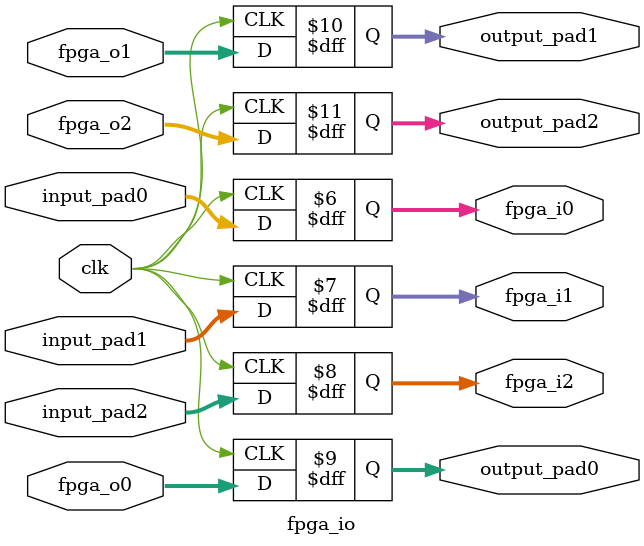
<source format=v>
module fpga_io(
               clk,
               fpga_o0,
               fpga_o1,
               fpga_o2,
             
               
               fpga_i0,
               fpga_i1,
               fpga_i2,
              
               
               input_pad0,
               input_pad1,
               input_pad2,
             
               
               output_pad0,
               output_pad1,
               output_pad2
            
              );

  input                    clk;
  
  // net from regs module
  input [31:0]             fpga_o0;
  input [31:0]             fpga_o1;
  input [31:0]             fpga_o2;
  
  
  // net to regs module
  output  [31:0]           fpga_i0;
  output  [31:0]           fpga_i1;
  output  [31:0]           fpga_i2;
  
  
  reg  [31:0]              fpga_i0;
  reg  [31:0]              fpga_i1;
  reg  [31:0]              fpga_i2;
 
  
  // input signals from outside world
  input [31:0]              input_pad0;
  input [31:0]              input_pad1;
  input [31:0]              input_pad2;
  
  
  // output signals to outside world
  output [31:0]            output_pad0;
  output [31:0]            output_pad1;
  output [31:0]            output_pad2;
  
  
  //Êµ¼ÊÉÏ¿ÉÒÔÖ±½Ó½«fpga_o¼Ä´æÆ÷×÷ÎªÊä³ö£¬ÕâÀïÖØÐÂ¶¨ÒåÁË¼Ä´æÆ÷ÊÇÎªÁË·½±ãÒÔºóÀ©Õ¹
  reg [31:0]            output_pad0 = 32'hffffffff;
  reg [31:0]            output_pad1 = 32'hffffffff;
  reg [31:0]            output_pad2 = 32'hffffffff;
  
  
  always@(posedge clk)
  begin
   
   output_pad0 <= fpga_o0;
   output_pad1 <= fpga_o1;
   output_pad2 <= fpga_o2;
  
  
  end
  
  always@(posedge clk)
  begin
   fpga_i0 <= input_pad0;
   fpga_i1 <= input_pad1;
   fpga_i2 <= input_pad2;
  
  
  end
  












endmodule 

</source>
